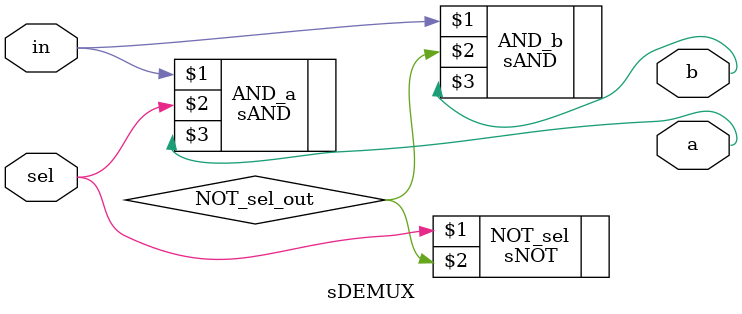
<source format=v>

`include "MUX_module.v"

module sDEMUX (in, sel, a, b);

input in, sel;
output a, b;

wire NOT_sel_out;

sAND AND_a (in, sel, a);

sNOT NOT_sel (sel, NOT_sel_out);

sAND AND_b (in, NOT_sel_out, b);

endmodule
</source>
